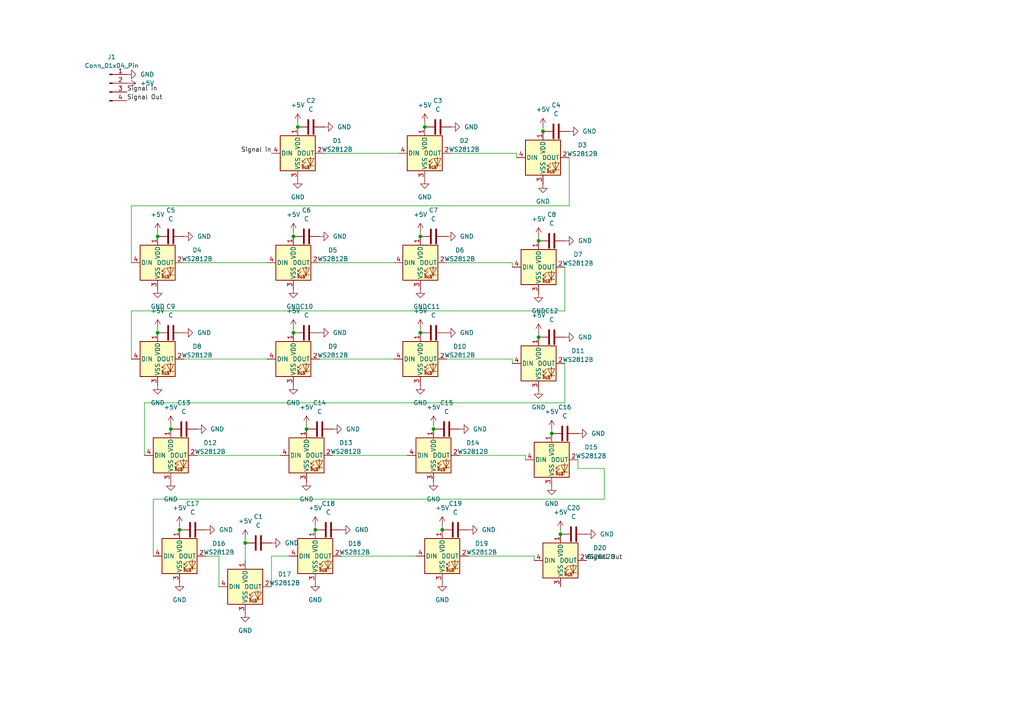
<source format=kicad_sch>
(kicad_sch (version 20231120) (generator "eeschema") (generator_version "8.0")
  (paper "A4")
  (lib_symbols
    (symbol "Connector:Conn_01x04_Pin" (pin_names (offset 1.016) hide)
      (property "Reference" "J" (at 0 5.08 0))
      (property "Value" "Conn_01x04_Pin" (at 0 -7.62 0))
      (symbol "Conn_01x04_Pin_1_1"
        (polyline (pts (xy 1.27 -5.08) (xy 0.8636 -5.08)) (stroke (width 0.1524)))
        (polyline (pts (xy 1.27 -2.54) (xy 0.8636 -2.54)) (stroke (width 0.1524)))
        (polyline (pts (xy 1.27 0) (xy 0.8636 0)) (stroke (width 0.1524)))
        (polyline (pts (xy 1.27 2.54) (xy 0.8636 2.54)) (stroke (width 0.1524)))
        (rectangle (start 0.8636 -4.953) (end 0 -5.207) (stroke (width 0.1524)) (fill (type outline)))
        (rectangle (start 0.8636 -2.413) (end 0 -2.667) (stroke (width 0.1524)) (fill (type outline)))
        (rectangle (start 0.8636 0.127) (end 0 -0.127) (stroke (width 0.1524)) (fill (type outline)))
        (rectangle (start 0.8636 2.667) (end 0 2.413) (stroke (width 0.1524)) (fill (type outline)))
        (pin passive line (at 5.08 2.54 180) (length 3.81) (name "Pin_1") (number "1"))
        (pin passive line (at 5.08 0 180) (length 3.81) (name "Pin_2") (number "2"))
        (pin passive line (at 5.08 -2.54 180) (length 3.81) (name "Pin_3") (number "3"))
        (pin passive line (at 5.08 -5.08 180) (length 3.81) (name "Pin_4") (number "4"))
      )
    )
    (symbol "Device:C" (pin_numbers hide) (pin_names (offset 0.254))
      (property "Reference" "C" (at 0.635 2.54 0))
      (property "Value" "C" (at 0.635 -2.54 0))
      (symbol "C_0_1"
        (polyline (pts (xy -2.032 -0.762) (xy 2.032 -0.762)) (stroke (width 0.508)))
        (polyline (pts (xy -2.032 0.762) (xy 2.032 0.762)) (stroke (width 0.508)))
      )
      (symbol "C_1_1"
        (pin passive line (at 0 3.81 270) (length 2.794) (name "~") (number "1"))
        (pin passive line (at 0 -3.81 90) (length 2.794) (name "~") (number "2"))
      )
    )
    (symbol "LED:WS2812B" (pin_names (offset 0.254))
      (property "Reference" "D" (at 5.08 5.715 0))
      (property "Value" "WS2812B" (at 1.27 -5.715 0))
      (symbol "WS2812B_0_0"
        (text "RGB" (at 2.286 -4.191 0) (effects (font (size 0.762 0.762))))
      )
      (symbol "WS2812B_0_1"
        (polyline (pts (xy 1.27 -3.556) (xy 1.778 -3.556)))
        (polyline (pts (xy 1.27 -2.54) (xy 1.778 -2.54)))
        (polyline (pts (xy 4.699 -3.556) (xy 2.667 -3.556)))
        (polyline (pts (xy 2.286 -2.54) (xy 1.27 -3.556) (xy 1.27 -3.048)))
        (polyline (pts (xy 2.286 -1.524) (xy 1.27 -2.54) (xy 1.27 -2.032)))
        (polyline (pts (xy 3.683 -1.016) (xy 3.683 -3.556) (xy 3.683 -4.064)))
        (polyline (pts (xy 4.699 -1.524) (xy 2.667 -1.524) (xy 3.683 -3.556) (xy 4.699 -1.524)))
        (rectangle (start 5.08 5.08) (end -5.08 -5.08) (stroke (width 0.254)) (fill (type background)))
      )
      (symbol "WS2812B_1_1"
        (pin power_in line (at 0 7.62 270) (length 2.54) (name "VDD") (number "1"))
        (pin output line (at 7.62 0 180) (length 2.54) (name "DOUT") (number "2"))
        (pin power_in line (at 0 -7.62 90) (length 2.54) (name "VSS") (number "3"))
        (pin input line (at -7.62 0 0) (length 2.54) (name "DIN") (number "4"))
      )
    )
    (symbol "power:+5V" (power) (pin_numbers hide) (pin_names (offset 0) hide)
      (property "Value" "+5V" (at 0 3.556 0))
      (symbol "+5V_0_1"
        (polyline (pts (xy -0.762 1.27) (xy 0 2.54)))
        (polyline (pts (xy 0 0) (xy 0 2.54)))
        (polyline (pts (xy 0 2.54) (xy 0.762 1.27)))
      )
      (symbol "+5V_1_1"
        (pin power_in line (at 0 0 90) (length 0) (name "~") (number "1"))
      )
    )
    (symbol "power:GND" (power) (pin_numbers hide) (pin_names (offset 0) hide)
      (property "Value" "GND" (at 0 -3.81 0))
      (symbol "GND_0_1"
        (polyline (pts (xy 0 0) (xy 0 -1.27) (xy 1.27 -1.27) (xy 0 -2.54) (xy -1.27 -1.27) (xy 0 -1.27)))
      )
      (symbol "GND_1_1"
        (pin power_in line (at 0 0 270) (length 0) (name "~") (number "1"))
      )
    )
  )
  (junction (at 123.19 36.83))
  (junction (at 49.53 124.46))
  (junction (at 45.72 96.52))
  (junction (at 88.9 124.46))
  (junction (at 156.21 97.79))
  (junction (at 91.44 153.67))
  (junction (at 125.73 124.46))
  (junction (at 52.07 153.67))
  (junction (at 128.27 153.67))
  (junction (at 160.02 125.73))
  (junction (at 85.09 96.52))
  (junction (at 121.92 68.58))
  (junction (at 121.92 96.52))
  (junction (at 86.36 36.83))
  (junction (at 85.09 68.58))
  (junction (at 157.48 38.1))
  (junction (at 162.56 154.94))
  (junction (at 156.21 69.85))
  (junction (at 45.72 68.58))
  (junction (at 71.12 157.48))
  (wire (pts (xy 86.36 35.56) (xy 86.36 36.83)))
  (wire (pts (xy 156.21 96.52) (xy 156.21 97.79)))
  (wire (pts (xy 92.71 76.2) (xy 114.3 76.2)))
  (wire (pts (xy 38.1 59.69) (xy 38.1 76.2)))
  (wire (pts (xy 45.72 67.31) (xy 45.72 68.58)))
  (wire (pts (xy 163.83 90.17) (xy 38.1 90.17)))
  (wire (pts (xy 59.69 161.29) (xy 63.5 161.29)))
  (wire (pts (xy 130.81 44.45) (xy 149.86 44.45)))
  (wire (pts (xy 148.59 104.14) (xy 148.59 105.41)))
  (wire (pts (xy 78.74 170.18) (xy 78.74 161.29)))
  (wire (pts (xy 57.15 132.08) (xy 81.28 132.08)))
  (wire (pts (xy 167.64 135.89) (xy 167.64 133.35)))
  (wire (pts (xy 125.73 123.19) (xy 125.73 124.46)))
  (wire (pts (xy 91.44 152.4) (xy 91.44 153.67)))
  (wire (pts (xy 88.9 123.19) (xy 88.9 124.46)))
  (wire (pts (xy 162.56 153.67) (xy 162.56 154.94)))
  (wire (pts (xy 175.26 135.89) (xy 167.64 135.89)))
  (wire (pts (xy 128.27 152.4) (xy 128.27 153.67)))
  (wire (pts (xy 121.92 95.25) (xy 121.92 96.52)))
  (wire (pts (xy 99.06 161.29) (xy 120.65 161.29)))
  (wire (pts (xy 44.45 144.78) (xy 44.45 161.29)))
  (wire (pts (xy 123.19 35.56) (xy 123.19 36.83)))
  (wire (pts (xy 165.1 45.72) (xy 165.1 59.69)))
  (wire (pts (xy 92.71 104.14) (xy 114.3 104.14)))
  (wire (pts (xy 78.74 161.29) (xy 83.82 161.29)))
  (wire (pts (xy 160.02 124.46) (xy 160.02 125.73)))
  (wire (pts (xy 38.1 90.17) (xy 38.1 104.14)))
  (wire (pts (xy 121.92 67.31) (xy 121.92 68.58)))
  (wire (pts (xy 45.72 95.25) (xy 45.72 96.52)))
  (wire (pts (xy 96.52 132.08) (xy 118.11 132.08)))
  (wire (pts (xy 152.4 132.08) (xy 152.4 133.35)))
  (wire (pts (xy 129.54 104.14) (xy 148.59 104.14)))
  (wire (pts (xy 53.34 76.2) (xy 77.47 76.2)))
  (wire (pts (xy 163.83 116.84) (xy 41.91 116.84)))
  (wire (pts (xy 85.09 95.25) (xy 85.09 96.52)))
  (wire (pts (xy 85.09 67.31) (xy 85.09 68.58)))
  (wire (pts (xy 157.48 36.83) (xy 157.48 38.1)))
  (wire (pts (xy 163.83 105.41) (xy 163.83 116.84)))
  (wire (pts (xy 71.12 156.21) (xy 71.12 157.48)))
  (wire (pts (xy 93.98 44.45) (xy 115.57 44.45)))
  (wire (pts (xy 63.5 161.29) (xy 63.5 170.18)))
  (wire (pts (xy 52.07 152.4) (xy 52.07 153.67)))
  (wire (pts (xy 148.59 76.2) (xy 148.59 77.47)))
  (wire (pts (xy 71.12 157.48) (xy 71.12 162.56)))
  (wire (pts (xy 53.34 104.14) (xy 77.47 104.14)))
  (wire (pts (xy 135.89 161.29) (xy 154.94 161.29)))
  (wire (pts (xy 149.86 44.45) (xy 149.86 45.72)))
  (wire (pts (xy 175.26 135.89) (xy 175.26 144.78)))
  (wire (pts (xy 163.83 77.47) (xy 163.83 90.17)))
  (wire (pts (xy 154.94 161.29) (xy 154.94 162.56)))
  (wire (pts (xy 133.35 132.08) (xy 152.4 132.08)))
  (wire (pts (xy 165.1 59.69) (xy 38.1 59.69)))
  (wire (pts (xy 44.45 144.78) (xy 175.26 144.78)))
  (wire (pts (xy 156.21 68.58) (xy 156.21 69.85)))
  (wire (pts (xy 49.53 123.19) (xy 49.53 124.46)))
  (wire (pts (xy 41.91 116.84) (xy 41.91 132.08)))
  (wire (pts (xy 129.54 76.2) (xy 148.59 76.2)))
  (label "Signal in" (at 78.74 44.45 180))
  (label "Signal Out" (at 36.83 29.21 0))
  (label "Signal Out" (at 170.18 162.56 0))
  (label "Signal in" (at 36.83 26.67 0))
  (symbol (lib_id "power:GND") (at 157.48 53.34 0) (unit 1)
    (property "Reference" "#PWR012" (effects (hide yes)))
    (property "Value" "GND" (at 157.48 58.42 0))
    (property "Description" "Power symbol creates a global label with name \"GND\" , ground" (effects (hide yes)))
  )
  (symbol (lib_id "Device:C") (at 88.9 96.52 90) (unit 1)
    (property "Reference" "C10" (at 88.9 88.9 90))
    (property "Value" "C" (at 88.9 91.44 90))
    (property "Footprint" "Capacitor_SMD:C_0805_2012Metric_Pad1.18x1.45mm_HandSolder" (effects (hide yes)))
    (property "Description" "Unpolarized capacitor" (effects (hide yes)))
  )
  (symbol (lib_id "LED:WS2812B") (at 160.02 133.35 0) (unit 1)
    (property "Reference" "D15" (at 171.45 129.702 0))
    (property "Value" "WS2812B" (at 171.45 132.242 0))
    (property "Footprint" "LED_SMD:LED_WS2812B_PLCC4_5.0x5.0mm_P3.2mm" (effects (hide yes)))
    (property "Datasheet" "https://cdn-shop.adafruit.com/datasheets/WS2812B.pdf" (effects (hide yes)))
    (property "Description" "RGB LED with integrated controller" (effects (hide yes)))
  )
  (symbol (lib_id "LED:WS2812B") (at 45.72 76.2 0) (unit 1)
    (property "Reference" "D4" (at 57.15 72.552 0))
    (property "Value" "WS2812B" (at 57.15 75.092 0))
    (property "Footprint" "LED_SMD:LED_WS2812B_PLCC4_5.0x5.0mm_P3.2mm" (effects (hide yes)))
    (property "Datasheet" "https://cdn-shop.adafruit.com/datasheets/WS2812B.pdf" (effects (hide yes)))
    (property "Description" "RGB LED with integrated controller" (effects (hide yes)))
  )
  (symbol (lib_id "power:GND") (at 49.53 139.7 0) (unit 1)
    (property "Reference" "#PWR040" (effects (hide yes)))
    (property "Value" "GND" (at 49.53 144.78 0))
    (property "Description" "Power symbol creates a global label with name \"GND\" , ground" (effects (hide yes)))
  )
  (symbol (lib_id "LED:WS2812B") (at 49.53 132.08 0) (unit 1)
    (property "Reference" "D12" (at 60.96 128.432 0))
    (property "Value" "WS2812B" (at 60.96 130.972 0))
    (property "Footprint" "LED_SMD:LED_WS2812B_PLCC4_5.0x5.0mm_P3.2mm" (effects (hide yes)))
    (property "Datasheet" "https://cdn-shop.adafruit.com/datasheets/WS2812B.pdf" (effects (hide yes)))
    (property "Description" "RGB LED with integrated controller" (effects (hide yes)))
  )
  (symbol (lib_id "power:GND") (at 71.12 177.8 0) (unit 1)
    (property "Reference" "#PWR03" (effects (hide yes)))
    (property "Value" "GND" (at 71.12 182.88 0))
    (property "Description" "Power symbol creates a global label with name \"GND\" , ground" (effects (hide yes)))
  )
  (symbol (lib_id "Device:C") (at 166.37 154.94 90) (unit 1)
    (property "Reference" "C20" (at 166.37 147.32 90))
    (property "Value" "C" (at 166.37 149.86 90))
    (property "Footprint" "Capacitor_SMD:C_0805_2012Metric_Pad1.18x1.45mm_HandSolder" (effects (hide yes)))
    (property "Description" "Unpolarized capacitor" (effects (hide yes)))
  )
  (symbol (lib_id "LED:WS2812B") (at 91.44 161.29 0) (unit 1)
    (property "Reference" "D18" (at 102.87 157.642 0))
    (property "Value" "WS2812B" (at 102.87 160.182 0))
    (property "Footprint" "LED_SMD:LED_WS2812B_PLCC4_5.0x5.0mm_P3.2mm" (effects (hide yes)))
    (property "Datasheet" "https://cdn-shop.adafruit.com/datasheets/WS2812B.pdf" (effects (hide yes)))
    (property "Description" "RGB LED with integrated controller" (effects (hide yes)))
  )
  (symbol (lib_id "LED:WS2812B") (at 85.09 104.14 0) (unit 1)
    (property "Reference" "D9" (at 96.52 100.492 0))
    (property "Value" "WS2812B" (at 96.52 103.032 0))
    (property "Footprint" "LED_SMD:LED_WS2812B_PLCC4_5.0x5.0mm_P3.2mm" (effects (hide yes)))
    (property "Datasheet" "https://cdn-shop.adafruit.com/datasheets/WS2812B.pdf" (effects (hide yes)))
    (property "Description" "RGB LED with integrated controller" (effects (hide yes)))
  )
  (symbol (lib_id "power:GND") (at 53.34 96.52 90) (unit 1)
    (property "Reference" "#PWR028" (effects (hide yes)))
    (property "Value" "GND" (at 57.15 96.5199 90) (effects (justify right)))
    (property "Description" "Power symbol creates a global label with name \"GND\" , ground" (effects (hide yes)))
  )
  (symbol (lib_id "power:+5V") (at 162.56 153.67 0) (unit 1)
    (property "Reference" "#PWR060" (effects (hide yes)))
    (property "Value" "+5V" (at 162.56 148.59 0))
    (property "Description" "Power symbol creates a global label with name \"+5V\"" (effects (hide yes)))
  )
  (symbol (lib_id "LED:WS2812B") (at 52.07 161.29 0) (unit 1)
    (property "Reference" "D16" (at 63.5 157.642 0))
    (property "Value" "WS2812B" (at 63.5 160.182 0))
    (property "Footprint" "LED_SMD:LED_WS2812B_PLCC4_5.0x5.0mm_P3.2mm" (effects (hide yes)))
    (property "Datasheet" "https://cdn-shop.adafruit.com/datasheets/WS2812B.pdf" (effects (hide yes)))
    (property "Description" "RGB LED with integrated controller" (effects (hide yes)))
  )
  (symbol (lib_id "power:GND") (at 129.54 68.58 90) (unit 1)
    (property "Reference" "#PWR022" (effects (hide yes)))
    (property "Value" "GND" (at 133.35 68.5799 90) (effects (justify right)))
    (property "Description" "Power symbol creates a global label with name \"GND\" , ground" (effects (hide yes)))
  )
  (symbol (lib_id "Device:C") (at 92.71 124.46 90) (unit 1)
    (property "Reference" "C14" (at 92.71 116.84 90))
    (property "Value" "C" (at 92.71 119.38 90))
    (property "Footprint" "Capacitor_SMD:C_0805_2012Metric_Pad1.18x1.45mm_HandSolder" (effects (hide yes)))
    (property "Description" "Unpolarized capacitor" (effects (hide yes)))
  )
  (symbol (lib_id "power:GND") (at 92.71 68.58 90) (unit 1)
    (property "Reference" "#PWR019" (effects (hide yes)))
    (property "Value" "GND" (at 96.52 68.5799 90) (effects (justify right)))
    (property "Description" "Power symbol creates a global label with name \"GND\" , ground" (effects (hide yes)))
  )
  (symbol (lib_id "Device:C") (at 132.08 153.67 90) (unit 1)
    (property "Reference" "C19" (at 132.08 146.05 90))
    (property "Value" "C" (at 132.08 148.59 90))
    (property "Footprint" "Capacitor_SMD:C_0805_2012Metric_Pad1.18x1.45mm_HandSolder" (effects (hide yes)))
    (property "Description" "Unpolarized capacitor" (effects (hide yes)))
  )
  (symbol (lib_id "Device:C") (at 125.73 96.52 90) (unit 1)
    (property "Reference" "C11" (at 125.73 88.9 90))
    (property "Value" "C" (at 125.73 91.44 90))
    (property "Footprint" "Capacitor_SMD:C_0805_2012Metric_Pad1.18x1.45mm_HandSolder" (effects (hide yes)))
    (property "Description" "Unpolarized capacitor" (effects (hide yes)))
  )
  (symbol (lib_id "power:GND") (at 165.1 38.1 90) (unit 1)
    (property "Reference" "#PWR013" (effects (hide yes)))
    (property "Value" "GND" (at 168.91 38.0999 90) (effects (justify right)))
    (property "Description" "Power symbol creates a global label with name \"GND\" , ground" (effects (hide yes)))
  )
  (symbol (lib_id "Device:C") (at 127 36.83 90) (unit 1)
    (property "Reference" "C3" (at 127 29.21 90))
    (property "Value" "C" (at 127 31.75 90))
    (property "Footprint" "Capacitor_SMD:C_0805_2012Metric_Pad1.18x1.45mm_HandSolder" (effects (hide yes)))
    (property "Description" "Unpolarized capacitor" (effects (hide yes)))
  )
  (symbol (lib_id "power:GND") (at 121.92 83.82 0) (unit 1)
    (property "Reference" "#PWR021" (effects (hide yes)))
    (property "Value" "GND" (at 121.92 88.9 0))
    (property "Description" "Power symbol creates a global label with name \"GND\" , ground" (effects (hide yes)))
  )
  (symbol (lib_id "LED:WS2812B") (at 125.73 132.08 0) (unit 1)
    (property "Reference" "D14" (at 137.16 128.432 0))
    (property "Value" "WS2812B" (at 137.16 130.972 0))
    (property "Footprint" "LED_SMD:LED_WS2812B_PLCC4_5.0x5.0mm_P3.2mm" (effects (hide yes)))
    (property "Datasheet" "https://cdn-shop.adafruit.com/datasheets/WS2812B.pdf" (effects (hide yes)))
    (property "Description" "RGB LED with integrated controller" (effects (hide yes)))
  )
  (symbol (lib_id "power:GND") (at 167.64 125.73 90) (unit 1)
    (property "Reference" "#PWR050" (effects (hide yes)))
    (property "Value" "GND" (at 171.45 125.7299 90) (effects (justify right)))
    (property "Description" "Power symbol creates a global label with name \"GND\" , ground" (effects (hide yes)))
  )
  (symbol (lib_id "power:GND") (at 123.19 52.07 0) (unit 1)
    (property "Reference" "#PWR09" (effects (hide yes)))
    (property "Value" "GND" (at 123.19 57.15 0))
    (property "Description" "Power symbol creates a global label with name \"GND\" , ground" (effects (hide yes)))
  )
  (symbol (lib_id "power:GND") (at 133.35 124.46 90) (unit 1)
    (property "Reference" "#PWR047" (effects (hide yes)))
    (property "Value" "GND" (at 137.16 124.4599 90) (effects (justify right)))
    (property "Description" "Power symbol creates a global label with name \"GND\" , ground" (effects (hide yes)))
  )
  (symbol (lib_id "power:GND") (at 78.74 157.48 90) (unit 1)
    (property "Reference" "#PWR035" (effects (hide yes)))
    (property "Value" "GND" (at 82.55 157.4799 90) (effects (justify right)))
    (property "Description" "Power symbol creates a global label with name \"GND\" , ground" (effects (hide yes)))
  )
  (symbol (lib_id "power:+5V") (at 45.72 95.25 0) (unit 1)
    (property "Reference" "#PWR026" (effects (hide yes)))
    (property "Value" "+5V" (at 45.72 90.17 0))
    (property "Description" "Power symbol creates a global label with name \"+5V\"" (effects (hide yes)))
  )
  (symbol (lib_id "power:+5V") (at 121.92 95.25 0) (unit 1)
    (property "Reference" "#PWR032" (effects (hide yes)))
    (property "Value" "+5V" (at 121.92 90.17 0))
    (property "Description" "Power symbol creates a global label with name \"+5V\"" (effects (hide yes)))
  )
  (symbol (lib_id "LED:WS2812B") (at 162.56 162.56 0) (unit 1)
    (property "Reference" "D20" (at 173.99 158.912 0))
    (property "Value" "WS2812B" (at 173.99 161.452 0))
    (property "Footprint" "LED_SMD:LED_WS2812B_PLCC4_5.0x5.0mm_P3.2mm" (effects (hide yes)))
    (property "Datasheet" "https://cdn-shop.adafruit.com/datasheets/WS2812B.pdf" (effects (hide yes)))
    (property "Description" "RGB LED with integrated controller" (effects (hide yes)))
  )
  (symbol (lib_id "power:+5V") (at 91.44 152.4 0) (unit 1)
    (property "Reference" "#PWR054" (effects (hide yes)))
    (property "Value" "+5V" (at 91.44 147.32 0))
    (property "Description" "Power symbol creates a global label with name \"+5V\"" (effects (hide yes)))
  )
  (symbol (lib_id "power:GND") (at 163.83 69.85 90) (unit 1)
    (property "Reference" "#PWR025" (effects (hide yes)))
    (property "Value" "GND" (at 167.64 69.8499 90) (effects (justify right)))
    (property "Description" "Power symbol creates a global label with name \"GND\" , ground" (effects (hide yes)))
  )
  (symbol (lib_id "LED:WS2812B") (at 85.09 76.2 0) (unit 1)
    (property "Reference" "D5" (at 96.52 72.552 0))
    (property "Value" "WS2812B" (at 96.52 75.092 0))
    (property "Footprint" "LED_SMD:LED_WS2812B_PLCC4_5.0x5.0mm_P3.2mm" (effects (hide yes)))
    (property "Datasheet" "https://cdn-shop.adafruit.com/datasheets/WS2812B.pdf" (effects (hide yes)))
    (property "Description" "RGB LED with integrated controller" (effects (hide yes)))
  )
  (symbol (lib_id "power:GND") (at 96.52 124.46 90) (unit 1)
    (property "Reference" "#PWR044" (effects (hide yes)))
    (property "Value" "GND" (at 100.33 124.4599 90) (effects (justify right)))
    (property "Description" "Power symbol creates a global label with name \"GND\" , ground" (effects (hide yes)))
  )
  (symbol (lib_id "power:GND") (at 85.09 83.82 0) (unit 1)
    (property "Reference" "#PWR018" (effects (hide yes)))
    (property "Value" "GND" (at 85.09 88.9 0))
    (property "Description" "Power symbol creates a global label with name \"GND\" , ground" (effects (hide yes)))
  )
  (symbol (lib_id "LED:WS2812B") (at 157.48 45.72 0) (unit 1)
    (property "Reference" "D3" (at 168.91 42.072 0))
    (property "Value" "WS2812B" (at 168.91 44.612 0))
    (property "Footprint" "LED_SMD:LED_WS2812B_PLCC4_5.0x5.0mm_P3.2mm" (effects (hide yes)))
    (property "Datasheet" "https://cdn-shop.adafruit.com/datasheets/WS2812B.pdf" (effects (hide yes)))
    (property "Description" "RGB LED with integrated controller" (effects (hide yes)))
  )
  (symbol (lib_id "power:+5V") (at 88.9 123.19 0) (unit 1)
    (property "Reference" "#PWR042" (effects (hide yes)))
    (property "Value" "+5V" (at 88.9 118.11 0))
    (property "Description" "Power symbol creates a global label with name \"+5V\"" (effects (hide yes)))
  )
  (symbol (lib_id "Device:C") (at 55.88 153.67 90) (unit 1)
    (property "Reference" "C17" (at 55.88 146.05 90))
    (property "Value" "C" (at 55.88 148.59 90))
    (property "Footprint" "Capacitor_SMD:C_0805_2012Metric_Pad1.18x1.45mm_HandSolder" (effects (hide yes)))
    (property "Description" "Unpolarized capacitor" (effects (hide yes)))
  )
  (symbol (lib_id "power:GND") (at 53.34 68.58 90) (unit 1)
    (property "Reference" "#PWR016" (effects (hide yes)))
    (property "Value" "GND" (at 57.15 68.5799 90) (effects (justify right)))
    (property "Description" "Power symbol creates a global label with name \"GND\" , ground" (effects (hide yes)))
  )
  (symbol (lib_id "LED:WS2812B") (at 156.21 77.47 0) (unit 1)
    (property "Reference" "D7" (at 167.64 73.822 0))
    (property "Value" "WS2812B" (at 167.64 76.362 0))
    (property "Footprint" "LED_SMD:LED_WS2812B_PLCC4_5.0x5.0mm_P3.2mm" (effects (hide yes)))
    (property "Datasheet" "https://cdn-shop.adafruit.com/datasheets/WS2812B.pdf" (effects (hide yes)))
    (property "Description" "RGB LED with integrated controller" (effects (hide yes)))
  )
  (symbol (lib_id "power:+5V") (at 86.36 35.56 0) (unit 1)
    (property "Reference" "#PWR05" (effects (hide yes)))
    (property "Value" "+5V" (at 86.36 30.48 0))
    (property "Description" "Power symbol creates a global label with name \"+5V\"" (effects (hide yes)))
  )
  (symbol (lib_id "power:GND") (at 88.9 139.7 0) (unit 1)
    (property "Reference" "#PWR043" (effects (hide yes)))
    (property "Value" "GND" (at 88.9 144.78 0))
    (property "Description" "Power symbol creates a global label with name \"GND\" , ground" (effects (hide yes)))
  )
  (symbol (lib_id "power:GND") (at 36.83 21.59 90) (unit 1)
    (property "Reference" "#PWR01" (effects (hide yes)))
    (property "Value" "GND" (at 40.64 21.5899 90) (effects (justify right)))
    (property "Description" "Power symbol creates a global label with name \"GND\" , ground" (effects (hide yes)))
  )
  (symbol (lib_id "LED:WS2812B") (at 121.92 104.14 0) (unit 1)
    (property "Reference" "D10" (at 133.35 100.492 0))
    (property "Value" "WS2812B" (at 133.35 103.032 0))
    (property "Footprint" "LED_SMD:LED_WS2812B_PLCC4_5.0x5.0mm_P3.2mm" (effects (hide yes)))
    (property "Datasheet" "https://cdn-shop.adafruit.com/datasheets/WS2812B.pdf" (effects (hide yes)))
    (property "Description" "RGB LED with integrated controller" (effects (hide yes)))
  )
  (symbol (lib_id "power:+5V") (at 49.53 123.19 0) (unit 1)
    (property "Reference" "#PWR039" (effects (hide yes)))
    (property "Value" "+5V" (at 49.53 118.11 0))
    (property "Description" "Power symbol creates a global label with name \"+5V\"" (effects (hide yes)))
  )
  (symbol (lib_id "Device:C") (at 49.53 68.58 90) (unit 1)
    (property "Reference" "C5" (at 49.53 60.96 90))
    (property "Value" "C" (at 49.53 63.5 90))
    (property "Footprint" "Capacitor_SMD:C_0805_2012Metric_Pad1.18x1.45mm_HandSolder" (effects (hide yes)))
    (property "Description" "Unpolarized capacitor" (effects (hide yes)))
  )
  (symbol (lib_id "power:GND") (at 85.09 111.76 0) (unit 1)
    (property "Reference" "#PWR030" (effects (hide yes)))
    (property "Value" "GND" (at 85.09 116.84 0))
    (property "Description" "Power symbol creates a global label with name \"GND\" , ground" (effects (hide yes)))
  )
  (symbol (lib_id "power:+5V") (at 128.27 152.4 0) (unit 1)
    (property "Reference" "#PWR057" (effects (hide yes)))
    (property "Value" "+5V" (at 128.27 147.32 0))
    (property "Description" "Power symbol creates a global label with name \"+5V\"" (effects (hide yes)))
  )
  (symbol (lib_id "power:+5V") (at 71.12 156.21 0) (unit 1)
    (property "Reference" "#PWR04" (effects (hide yes)))
    (property "Value" "+5V" (at 71.12 151.13 0))
    (property "Description" "Power symbol creates a global label with name \"+5V\"" (effects (hide yes)))
  )
  (symbol (lib_id "power:GND") (at 129.54 96.52 90) (unit 1)
    (property "Reference" "#PWR034" (effects (hide yes)))
    (property "Value" "GND" (at 133.35 96.5199 90) (effects (justify right)))
    (property "Description" "Power symbol creates a global label with name \"GND\" , ground" (effects (hide yes)))
  )
  (symbol (lib_id "Device:C") (at 163.83 125.73 90) (unit 1)
    (property "Reference" "C16" (at 163.83 118.11 90))
    (property "Value" "C" (at 163.83 120.65 90))
    (property "Footprint" "Capacitor_SMD:C_0805_2012Metric_Pad1.18x1.45mm_HandSolder" (effects (hide yes)))
    (property "Description" "Unpolarized capacitor" (effects (hide yes)))
  )
  (symbol (lib_id "power:+5V") (at 121.92 67.31 0) (unit 1)
    (property "Reference" "#PWR020" (effects (hide yes)))
    (property "Value" "+5V" (at 121.92 62.23 0))
    (property "Description" "Power symbol creates a global label with name \"+5V\"" (effects (hide yes)))
  )
  (symbol (lib_id "power:+5V") (at 85.09 95.25 0) (unit 1)
    (property "Reference" "#PWR029" (effects (hide yes)))
    (property "Value" "+5V" (at 85.09 90.17 0))
    (property "Description" "Power symbol creates a global label with name \"+5V\"" (effects (hide yes)))
  )
  (symbol (lib_id "power:GND") (at 91.44 168.91 0) (unit 1)
    (property "Reference" "#PWR055" (effects (hide yes)))
    (property "Value" "GND" (at 91.44 173.99 0))
    (property "Description" "Power symbol creates a global label with name \"GND\" , ground" (effects (hide yes)))
  )
  (symbol (lib_id "Device:C") (at 95.25 153.67 90) (unit 1)
    (property "Reference" "C18" (at 95.25 146.05 90))
    (property "Value" "C" (at 95.25 148.59 90))
    (property "Footprint" "Capacitor_SMD:C_0805_2012Metric_Pad1.18x1.45mm_HandSolder" (effects (hide yes)))
    (property "Description" "Unpolarized capacitor" (effects (hide yes)))
  )
  (symbol (lib_id "power:+5V") (at 52.07 152.4 0) (unit 1)
    (property "Reference" "#PWR051" (effects (hide yes)))
    (property "Value" "+5V" (at 52.07 147.32 0))
    (property "Description" "Power symbol creates a global label with name \"+5V\"" (effects (hide yes)))
  )
  (symbol (lib_id "Device:C") (at 129.54 124.46 90) (unit 1)
    (property "Reference" "C15" (at 129.54 116.84 90))
    (property "Value" "C" (at 129.54 119.38 90))
    (property "Footprint" "Capacitor_SMD:C_0805_2012Metric_Pad1.18x1.45mm_HandSolder" (effects (hide yes)))
    (property "Description" "Unpolarized capacitor" (effects (hide yes)))
  )
  (symbol (lib_id "power:+5V") (at 160.02 124.46 0) (unit 1)
    (property "Reference" "#PWR048" (effects (hide yes)))
    (property "Value" "+5V" (at 160.02 119.38 0))
    (property "Description" "Power symbol creates a global label with name \"+5V\"" (effects (hide yes)))
  )
  (symbol (lib_id "power:GND") (at 135.89 153.67 90) (unit 1)
    (property "Reference" "#PWR059" (effects (hide yes)))
    (property "Value" "GND" (at 139.7 153.6699 90) (effects (justify right)))
    (property "Description" "Power symbol creates a global label with name \"GND\" , ground" (effects (hide yes)))
  )
  (symbol (lib_id "power:GND") (at 121.92 111.76 0) (unit 1)
    (property "Reference" "#PWR033" (effects (hide yes)))
    (property "Value" "GND" (at 121.92 116.84 0))
    (property "Description" "Power symbol creates a global label with name \"GND\" , ground" (effects (hide yes)))
  )
  (symbol (lib_id "Device:C") (at 88.9 68.58 90) (unit 1)
    (property "Reference" "C6" (at 88.9 60.96 90))
    (property "Value" "C" (at 88.9 63.5 90))
    (property "Footprint" "Capacitor_SMD:C_0805_2012Metric_Pad1.18x1.45mm_HandSolder" (effects (hide yes)))
    (property "Description" "Unpolarized capacitor" (effects (hide yes)))
  )
  (symbol (lib_id "Device:C") (at 74.93 157.48 90) (unit 1)
    (property "Reference" "C1" (at 74.93 149.86 90))
    (property "Value" "C" (at 74.93 152.4 90))
    (property "Footprint" "Capacitor_SMD:C_0805_2012Metric_Pad1.18x1.45mm_HandSolder" (effects (hide yes)))
    (property "Description" "Unpolarized capacitor" (effects (hide yes)))
  )
  (symbol (lib_id "LED:WS2812B") (at 121.92 76.2 0) (unit 1)
    (property "Reference" "D6" (at 133.35 72.552 0))
    (property "Value" "WS2812B" (at 133.35 75.092 0))
    (property "Footprint" "LED_SMD:LED_WS2812B_PLCC4_5.0x5.0mm_P3.2mm" (effects (hide yes)))
    (property "Datasheet" "https://cdn-shop.adafruit.com/datasheets/WS2812B.pdf" (effects (hide yes)))
    (property "Description" "RGB LED with integrated controller" (effects (hide yes)))
  )
  (symbol (lib_id "power:GND") (at 93.98 36.83 90) (unit 1)
    (property "Reference" "#PWR07" (effects (hide yes)))
    (property "Value" "GND" (at 97.79 36.8299 90) (effects (justify right)))
    (property "Description" "Power symbol creates a global label with name \"GND\" , ground" (effects (hide yes)))
  )
  (symbol (lib_id "power:GND") (at 130.81 36.83 90) (unit 1)
    (property "Reference" "#PWR010" (effects (hide yes)))
    (property "Value" "GND" (at 134.62 36.8299 90) (effects (justify right)))
    (property "Description" "Power symbol creates a global label with name \"GND\" , ground" (effects (hide yes)))
  )
  (symbol (lib_id "power:GND") (at 92.71 96.52 90) (unit 1)
    (property "Reference" "#PWR031" (effects (hide yes)))
    (property "Value" "GND" (at 96.52 96.5199 90) (effects (justify right)))
    (property "Description" "Power symbol creates a global label with name \"GND\" , ground" (effects (hide yes)))
  )
  (symbol (lib_id "power:GND") (at 156.21 113.03 0) (unit 1)
    (property "Reference" "#PWR037" (effects (hide yes)))
    (property "Value" "GND" (at 156.21 118.11 0))
    (property "Description" "Power symbol creates a global label with name \"GND\" , ground" (effects (hide yes)))
  )
  (symbol (lib_id "power:GND") (at 99.06 153.67 90) (unit 1)
    (property "Reference" "#PWR056" (effects (hide yes)))
    (property "Value" "GND" (at 102.87 153.6699 90) (effects (justify right)))
    (property "Description" "Power symbol creates a global label with name \"GND\" , ground" (effects (hide yes)))
  )
  (symbol (lib_id "power:+5V") (at 85.09 67.31 0) (unit 1)
    (property "Reference" "#PWR017" (effects (hide yes)))
    (property "Value" "+5V" (at 85.09 62.23 0))
    (property "Description" "Power symbol creates a global label with name \"+5V\"" (effects (hide yes)))
  )
  (symbol (lib_id "power:GND") (at 52.07 168.91 0) (unit 1)
    (property "Reference" "#PWR052" (effects (hide yes)))
    (property "Value" "GND" (at 52.07 173.99 0))
    (property "Description" "Power symbol creates a global label with name \"GND\" , ground" (effects (hide yes)))
  )
  (symbol (lib_id "power:GND") (at 86.36 52.07 0) (unit 1)
    (property "Reference" "#PWR06" (effects (hide yes)))
    (property "Value" "GND" (at 86.36 57.15 0))
    (property "Description" "Power symbol creates a global label with name \"GND\" , ground" (effects (hide yes)))
  )
  (symbol (lib_id "Connector:Conn_01x04_Pin") (at 31.75 24.13 0) (unit 1)
    (property "Reference" "J1" (at 32.385 16.51 0))
    (property "Value" "Conn_01x04_Pin" (at 32.385 19.05 0))
    (property "Footprint" "Connector_JST:JST_PH_B4B-PH-K_1x04_P2.00mm_Vertical" (effects (hide yes)))
    (property "Description" "Generic connector, single row, 01x04, script generated" (effects (hide yes)))
  )
  (symbol (lib_id "power:GND") (at 57.15 124.46 90) (unit 1)
    (property "Reference" "#PWR041" (effects (hide yes)))
    (property "Value" "GND" (at 60.96 124.4599 90) (effects (justify right)))
    (property "Description" "Power symbol creates a global label with name \"GND\" , ground" (effects (hide yes)))
  )
  (symbol (lib_id "power:GND") (at 163.83 97.79 90) (unit 1)
    (property "Reference" "#PWR038" (effects (hide yes)))
    (property "Value" "GND" (at 167.64 97.7899 90) (effects (justify right)))
    (property "Description" "Power symbol creates a global label with name \"GND\" , ground" (effects (hide yes)))
  )
  (symbol (lib_id "power:GND") (at 160.02 140.97 0) (unit 1)
    (property "Reference" "#PWR049" (effects (hide yes)))
    (property "Value" "GND" (at 160.02 146.05 0))
    (property "Description" "Power symbol creates a global label with name \"GND\" , ground" (effects (hide yes)))
  )
  (symbol (lib_id "LED:WS2812B") (at 88.9 132.08 0) (unit 1)
    (property "Reference" "D13" (at 100.33 128.432 0))
    (property "Value" "WS2812B" (at 100.33 130.972 0))
    (property "Footprint" "LED_SMD:LED_WS2812B_PLCC4_5.0x5.0mm_P3.2mm" (effects (hide yes)))
    (property "Datasheet" "https://cdn-shop.adafruit.com/datasheets/WS2812B.pdf" (effects (hide yes)))
    (property "Description" "RGB LED with integrated controller" (effects (hide yes)))
  )
  (symbol (lib_id "Device:C") (at 161.29 38.1 90) (unit 1)
    (property "Reference" "C4" (at 161.29 30.48 90))
    (property "Value" "C" (at 161.29 33.02 90))
    (property "Footprint" "Capacitor_SMD:C_0805_2012Metric_Pad1.18x1.45mm_HandSolder" (effects (hide yes)))
    (property "Description" "Unpolarized capacitor" (effects (hide yes)))
  )
  (symbol (lib_id "Device:C") (at 90.17 36.83 90) (unit 1)
    (property "Reference" "C2" (at 90.17 29.21 90))
    (property "Value" "C" (at 90.17 31.75 90))
    (property "Footprint" "Capacitor_SMD:C_0805_2012Metric_Pad1.18x1.45mm_HandSolder" (effects (hide yes)))
    (property "Description" "Unpolarized capacitor" (effects (hide yes)))
  )
  (symbol (lib_id "Device:C") (at 160.02 69.85 90) (unit 1)
    (property "Reference" "C8" (at 160.02 62.23 90))
    (property "Value" "C" (at 160.02 64.77 90))
    (property "Footprint" "Capacitor_SMD:C_0805_2012Metric_Pad1.18x1.45mm_HandSolder" (effects (hide yes)))
    (property "Description" "Unpolarized capacitor" (effects (hide yes)))
  )
  (symbol (lib_id "power:+5V") (at 123.19 35.56 0) (unit 1)
    (property "Reference" "#PWR08" (effects (hide yes)))
    (property "Value" "+5V" (at 123.19 30.48 0))
    (property "Description" "Power symbol creates a global label with name \"+5V\"" (effects (hide yes)))
  )
  (symbol (lib_id "power:+5V") (at 156.21 68.58 0) (unit 1)
    (property "Reference" "#PWR023" (effects (hide yes)))
    (property "Value" "+5V" (at 156.21 63.5 0))
    (property "Description" "Power symbol creates a global label with name \"+5V\"" (effects (hide yes)))
  )
  (symbol (lib_id "power:+5V") (at 156.21 96.52 0) (unit 1)
    (property "Reference" "#PWR036" (effects (hide yes)))
    (property "Value" "+5V" (at 156.21 91.44 0))
    (property "Description" "Power symbol creates a global label with name \"+5V\"" (effects (hide yes)))
  )
  (symbol (lib_id "power:+5V") (at 45.72 67.31 0) (unit 1)
    (property "Reference" "#PWR014" (effects (hide yes)))
    (property "Value" "+5V" (at 45.72 62.23 0))
    (property "Description" "Power symbol creates a global label with name \"+5V\"" (effects (hide yes)))
  )
  (symbol (lib_id "LED:WS2812B") (at 156.21 105.41 0) (unit 1)
    (property "Reference" "D11" (at 167.64 101.762 0))
    (property "Value" "WS2812B" (at 167.64 104.302 0))
    (property "Footprint" "LED_SMD:LED_WS2812B_PLCC4_5.0x5.0mm_P3.2mm" (effects (hide yes)))
    (property "Datasheet" "https://cdn-shop.adafruit.com/datasheets/WS2812B.pdf" (effects (hide yes)))
    (property "Description" "RGB LED with integrated controller" (effects (hide yes)))
  )
  (symbol (lib_id "power:GND") (at 45.72 83.82 0) (unit 1)
    (property "Reference" "#PWR015" (effects (hide yes)))
    (property "Value" "GND" (at 45.72 88.9 0))
    (property "Description" "Power symbol creates a global label with name \"GND\" , ground" (effects (hide yes)))
  )
  (symbol (lib_id "power:GND") (at 45.72 111.76 0) (unit 1)
    (property "Reference" "#PWR027" (effects (hide yes)))
    (property "Value" "GND" (at 45.72 116.84 0))
    (property "Description" "Power symbol creates a global label with name \"GND\" , ground" (effects (hide yes)))
  )
  (symbol (lib_id "LED:WS2812B") (at 71.12 170.18 0) (unit 1)
    (property "Reference" "D17" (at 82.55 166.532 0))
    (property "Value" "WS2812B" (at 82.55 169.072 0))
    (property "Footprint" "LED_SMD:LED_WS2812B_PLCC4_5.0x5.0mm_P3.2mm" (effects (hide yes)))
    (property "Datasheet" "https://cdn-shop.adafruit.com/datasheets/WS2812B.pdf" (effects (hide yes)))
    (property "Description" "RGB LED with integrated controller" (effects (hide yes)))
  )
  (symbol (lib_id "power:GND") (at 170.18 154.94 90) (unit 1)
    (property "Reference" "#PWR061" (effects (hide yes)))
    (property "Value" "GND" (at 173.99 154.9399 90) (effects (justify right)))
    (property "Description" "Power symbol creates a global label with name \"GND\" , ground" (effects (hide yes)))
  )
  (symbol (lib_id "power:+5V") (at 157.48 36.83 0) (unit 1)
    (property "Reference" "#PWR011" (effects (hide yes)))
    (property "Value" "+5V" (at 157.48 31.75 0))
    (property "Description" "Power symbol creates a global label with name \"+5V\"" (effects (hide yes)))
  )
  (symbol (lib_id "power:+5V") (at 36.83 24.13 270) (unit 1)
    (property "Reference" "#PWR02" (effects (hide yes)))
    (property "Value" "+5V" (at 40.64 24.1299 90) (effects (justify left)))
    (property "Description" "Power symbol creates a global label with name \"+5V\"" (effects (hide yes)))
  )
  (symbol (lib_id "Device:C") (at 53.34 124.46 90) (unit 1)
    (property "Reference" "C13" (at 53.34 116.84 90))
    (property "Value" "C" (at 53.34 119.38 90))
    (property "Footprint" "Capacitor_SMD:C_0805_2012Metric_Pad1.18x1.45mm_HandSolder" (effects (hide yes)))
    (property "Description" "Unpolarized capacitor" (effects (hide yes)))
  )
  (symbol (lib_id "LED:WS2812B") (at 86.36 44.45 0) (unit 1)
    (property "Reference" "D1" (at 97.79 40.802 0))
    (property "Value" "WS2812B" (at 97.79 43.342 0))
    (property "Footprint" "LED_SMD:LED_WS2812B_PLCC4_5.0x5.0mm_P3.2mm" (effects (hide yes)))
    (property "Datasheet" "https://cdn-shop.adafruit.com/datasheets/WS2812B.pdf" (effects (hide yes)))
    (property "Description" "RGB LED with integrated controller" (effects (hide yes)))
  )
  (symbol (lib_id "Device:C") (at 49.53 96.52 90) (unit 1)
    (property "Reference" "C9" (at 49.53 88.9 90))
    (property "Value" "C" (at 49.53 91.44 90))
    (property "Footprint" "Capacitor_SMD:C_0805_2012Metric_Pad1.18x1.45mm_HandSolder" (effects (hide yes)))
    (property "Description" "Unpolarized capacitor" (effects (hide yes)))
  )
  (symbol (lib_id "LED:WS2812B") (at 45.72 104.14 0) (unit 1)
    (property "Reference" "D8" (at 57.15 100.492 0))
    (property "Value" "WS2812B" (at 57.15 103.032 0))
    (property "Footprint" "LED_SMD:LED_WS2812B_PLCC4_5.0x5.0mm_P3.2mm" (effects (hide yes)))
    (property "Datasheet" "https://cdn-shop.adafruit.com/datasheets/WS2812B.pdf" (effects (hide yes)))
    (property "Description" "RGB LED with integrated controller" (effects (hide yes)))
  )
  (symbol (lib_id "power:GND") (at 156.21 85.09 0) (unit 1)
    (property "Reference" "#PWR024" (effects (hide yes)))
    (property "Value" "GND" (at 156.21 90.17 0))
    (property "Description" "Power symbol creates a global label with name \"GND\" , ground" (effects (hide yes)))
  )
  (symbol (lib_id "LED:WS2812B") (at 128.27 161.29 0) (unit 1)
    (property "Reference" "D19" (at 139.7 157.642 0))
    (property "Value" "WS2812B" (at 139.7 160.182 0))
    (property "Footprint" "LED_SMD:LED_WS2812B_PLCC4_5.0x5.0mm_P3.2mm" (effects (hide yes)))
    (property "Datasheet" "https://cdn-shop.adafruit.com/datasheets/WS2812B.pdf" (effects (hide yes)))
    (property "Description" "RGB LED with integrated controller" (effects (hide yes)))
  )
  (symbol (lib_id "Device:C") (at 160.02 97.79 90) (unit 1)
    (property "Reference" "C12" (at 160.02 90.17 90))
    (property "Value" "C" (at 160.02 92.71 90))
    (property "Footprint" "Capacitor_SMD:C_0805_2012Metric_Pad1.18x1.45mm_HandSolder" (effects (hide yes)))
    (property "Description" "Unpolarized capacitor" (effects (hide yes)))
  )
  (symbol (lib_id "power:GND") (at 125.73 139.7 0) (unit 1)
    (property "Reference" "#PWR046" (effects (hide yes)))
    (property "Value" "GND" (at 125.73 144.78 0))
    (property "Description" "Power symbol creates a global label with name \"GND\" , ground" (effects (hide yes)))
  )
  (symbol (lib_id "Device:C") (at 125.73 68.58 90) (unit 1)
    (property "Reference" "C7" (at 125.73 60.96 90))
    (property "Value" "C" (at 125.73 63.5 90))
    (property "Footprint" "Capacitor_SMD:C_0805_2012Metric_Pad1.18x1.45mm_HandSolder" (effects (hide yes)))
    (property "Description" "Unpolarized capacitor" (effects (hide yes)))
  )
  (symbol (lib_id "power:+5V") (at 125.73 123.19 0) (unit 1)
    (property "Reference" "#PWR045" (effects (hide yes)))
    (property "Value" "+5V" (at 125.73 118.11 0))
    (property "Description" "Power symbol creates a global label with name \"+5V\"" (effects (hide yes)))
  )
  (symbol (lib_id "power:GND") (at 128.27 168.91 0) (unit 1)
    (property "Reference" "#PWR058" (effects (hide yes)))
    (property "Value" "GND" (at 128.27 173.99 0))
    (property "Description" "Power symbol creates a global label with name \"GND\" , ground" (effects (hide yes)))
  )
  (symbol (lib_id "power:GND") (at 59.69 153.67 90) (unit 1)
    (property "Reference" "#PWR053" (effects (hide yes)))
    (property "Value" "GND" (at 63.5 153.6699 90) (effects (justify right)))
    (property "Description" "Power symbol creates a global label with name \"GND\" , ground" (effects (hide yes)))
  )
  (symbol (lib_id "LED:WS2812B") (at 123.19 44.45 0) (unit 1)
    (property "Reference" "D2" (at 134.62 40.802 0))
    (property "Value" "WS2812B" (at 134.62 43.342 0))
    (property "Footprint" "LED_SMD:LED_WS2812B_PLCC4_5.0x5.0mm_P3.2mm" (effects (hide yes)))
    (property "Datasheet" "https://cdn-shop.adafruit.com/datasheets/WS2812B.pdf" (effects (hide yes)))
    (property "Description" "RGB LED with integrated controller" (effects (hide yes)))
  )
)
</source>
